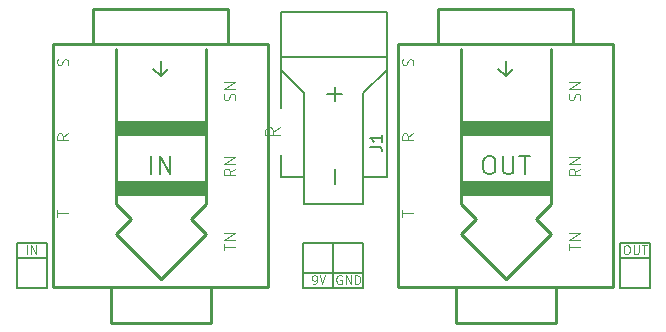
<source format=gbr>
G04 #@! TF.GenerationSoftware,KiCad,Pcbnew,(5.1.9-0-10_14)*
G04 #@! TF.CreationDate,2021-07-10T16:26:02+02:00*
G04 #@! TF.ProjectId,jack-power,6a61636b-2d70-46f7-9765-722e6b696361,rev?*
G04 #@! TF.SameCoordinates,Original*
G04 #@! TF.FileFunction,Legend,Top*
G04 #@! TF.FilePolarity,Positive*
%FSLAX46Y46*%
G04 Gerber Fmt 4.6, Leading zero omitted, Abs format (unit mm)*
G04 Created by KiCad (PCBNEW (5.1.9-0-10_14)) date 2021-07-10 16:26:02*
%MOMM*%
%LPD*%
G01*
G04 APERTURE LIST*
%ADD10C,0.152400*%
%ADD11C,0.127000*%
%ADD12C,0.100000*%
%ADD13C,0.254000*%
%ADD14C,0.150000*%
%ADD15C,0.101600*%
%ADD16C,0.134112*%
%ADD17C,0.121920*%
G04 APERTURE END LIST*
D10*
X98704400Y-71932800D02*
X100685600Y-71932800D01*
X98704400Y-70027800D02*
X98704400Y-71932800D01*
X98704400Y-62839600D02*
X98704400Y-66090800D01*
X100685600Y-71932800D02*
X100685600Y-64846200D01*
X100685600Y-74168000D02*
X100685600Y-71932800D01*
X105679000Y-74168000D02*
X105679000Y-71882000D01*
X100679000Y-74168000D02*
X105679000Y-74168000D01*
X107679000Y-57912000D02*
X107679000Y-61722000D01*
X98679000Y-57912000D02*
X107679000Y-57912000D01*
X98679000Y-61722000D02*
X98679000Y-57912000D01*
X100679000Y-64817000D02*
X98679000Y-62817000D01*
X105679000Y-64817000D02*
X107679000Y-62817000D01*
X105679000Y-71912000D02*
X105679000Y-64817000D01*
X98679000Y-62817000D02*
X98679000Y-61722000D01*
X107679000Y-71912000D02*
X105679000Y-71912000D01*
X107679000Y-62817000D02*
X107679000Y-71912000D01*
X107679000Y-61722000D02*
X107679000Y-62817000D01*
X98679000Y-61722000D02*
X107679000Y-61722000D01*
D11*
X117729000Y-63373000D02*
X118364000Y-62738000D01*
X117729000Y-63373000D02*
X117094000Y-62738000D01*
X117729000Y-62103000D02*
X117729000Y-63373000D01*
D12*
G36*
X121539000Y-68453000D02*
G01*
X121539000Y-67183000D01*
X113919000Y-67183000D01*
X113919000Y-68453000D01*
X121539000Y-68453000D01*
G37*
G36*
X121539000Y-73533000D02*
G01*
X121539000Y-72263000D01*
X113919000Y-72263000D01*
X113919000Y-73533000D01*
X121539000Y-73533000D01*
G37*
D13*
X121539000Y-74168000D02*
X121539000Y-61048000D01*
X120269000Y-75438000D02*
X121539000Y-74168000D01*
X121539000Y-76708000D02*
X120269000Y-75438000D01*
X117729000Y-80518000D02*
X121539000Y-76708000D01*
X113919000Y-76708000D02*
X117729000Y-80518000D01*
X115189000Y-75438000D02*
X113919000Y-76708000D01*
X113919000Y-74168000D02*
X115189000Y-75438000D01*
X113919000Y-61048000D02*
X113919000Y-74168000D01*
X113479000Y-84243000D02*
X113479000Y-81243000D01*
X121979000Y-84243000D02*
X113479000Y-84243000D01*
X121979000Y-81243000D02*
X121979000Y-84243000D01*
X123429000Y-57693000D02*
X123429000Y-60643000D01*
X112029000Y-57693000D02*
X123429000Y-57693000D01*
X112029000Y-60643000D02*
X112029000Y-57693000D01*
X112029000Y-60643000D02*
X108629000Y-60643000D01*
X123429000Y-60643000D02*
X112029000Y-60643000D01*
X126829000Y-60643000D02*
X123429000Y-60643000D01*
X126829000Y-81243000D02*
X126829000Y-60643000D01*
X121979000Y-81243000D02*
X126829000Y-81243000D01*
X113479000Y-81243000D02*
X121979000Y-81243000D01*
X108629000Y-81243000D02*
X113479000Y-81243000D01*
X108629000Y-60643000D02*
X108629000Y-81243000D01*
D11*
X88519000Y-63373000D02*
X89154000Y-62738000D01*
X88519000Y-63373000D02*
X87884000Y-62738000D01*
X88519000Y-62103000D02*
X88519000Y-63373000D01*
D12*
G36*
X92329000Y-68453000D02*
G01*
X92329000Y-67183000D01*
X84709000Y-67183000D01*
X84709000Y-68453000D01*
X92329000Y-68453000D01*
G37*
G36*
X92329000Y-73533000D02*
G01*
X92329000Y-72263000D01*
X84709000Y-72263000D01*
X84709000Y-73533000D01*
X92329000Y-73533000D01*
G37*
D13*
X92329000Y-74168000D02*
X92329000Y-61048000D01*
X91059000Y-75438000D02*
X92329000Y-74168000D01*
X92329000Y-76708000D02*
X91059000Y-75438000D01*
X88519000Y-80518000D02*
X92329000Y-76708000D01*
X84709000Y-76708000D02*
X88519000Y-80518000D01*
X85979000Y-75438000D02*
X84709000Y-76708000D01*
X84709000Y-74168000D02*
X85979000Y-75438000D01*
X84709000Y-61048000D02*
X84709000Y-74168000D01*
X84269000Y-84243000D02*
X84269000Y-81243000D01*
X92769000Y-84243000D02*
X84269000Y-84243000D01*
X92769000Y-81243000D02*
X92769000Y-84243000D01*
X94219000Y-57693000D02*
X94219000Y-60643000D01*
X82819000Y-57693000D02*
X94219000Y-57693000D01*
X82819000Y-60643000D02*
X82819000Y-57693000D01*
X82819000Y-60643000D02*
X79419000Y-60643000D01*
X94219000Y-60643000D02*
X82819000Y-60643000D01*
X97619000Y-60643000D02*
X94219000Y-60643000D01*
X97619000Y-81243000D02*
X97619000Y-60643000D01*
X92769000Y-81243000D02*
X97619000Y-81243000D01*
X84269000Y-81243000D02*
X92769000Y-81243000D01*
X79419000Y-81243000D02*
X84269000Y-81243000D01*
X79419000Y-60643000D02*
X79419000Y-81243000D01*
D10*
X127381000Y-77470000D02*
X127381000Y-78740000D01*
X129921000Y-77470000D02*
X127381000Y-77470000D01*
X129921000Y-78740000D02*
X129921000Y-77470000D01*
X129921000Y-78740000D02*
X129921000Y-81280000D01*
X127381000Y-78740000D02*
X129921000Y-78740000D01*
X127381000Y-81280000D02*
X127381000Y-78740000D01*
X129921000Y-81280000D02*
X127381000Y-81280000D01*
X76327000Y-77470000D02*
X76327000Y-78740000D01*
X78867000Y-77470000D02*
X76327000Y-77470000D01*
X78867000Y-78740000D02*
X78867000Y-77470000D01*
X78867000Y-78740000D02*
X78867000Y-81280000D01*
X76327000Y-78740000D02*
X78867000Y-78740000D01*
X76327000Y-81280000D02*
X76327000Y-78740000D01*
X78867000Y-81280000D02*
X76327000Y-81280000D01*
X105664000Y-81280000D02*
X105664000Y-80010000D01*
X103124000Y-81280000D02*
X105664000Y-81280000D01*
X103124000Y-80010000D02*
X103124000Y-81280000D01*
X103124000Y-80010000D02*
X103124000Y-77470000D01*
X105664000Y-80010000D02*
X103124000Y-80010000D01*
X105664000Y-77470000D02*
X105664000Y-80010000D01*
X103124000Y-77470000D02*
X105664000Y-77470000D01*
X103124000Y-81280000D02*
X103124000Y-80010000D01*
X100584000Y-81280000D02*
X103124000Y-81280000D01*
X100584000Y-80010000D02*
X100584000Y-81280000D01*
X100584000Y-80010000D02*
X100584000Y-77470000D01*
X103124000Y-80010000D02*
X100584000Y-80010000D01*
X103124000Y-77470000D02*
X103124000Y-80010000D01*
X100584000Y-77470000D02*
X103124000Y-77470000D01*
D14*
X106251380Y-69359976D02*
X106965666Y-69359976D01*
X107108523Y-69407595D01*
X107203761Y-69502833D01*
X107251380Y-69645690D01*
X107251380Y-69740928D01*
X107251380Y-68359976D02*
X107251380Y-68931404D01*
X107251380Y-68645690D02*
X106251380Y-68645690D01*
X106394238Y-68740928D01*
X106489476Y-68836166D01*
X106537095Y-68931404D01*
D15*
X98589797Y-67698559D02*
X98015273Y-68100726D01*
X98589797Y-68387988D02*
X97383297Y-68387988D01*
X97383297Y-67928369D01*
X97440750Y-67813464D01*
X97498202Y-67756011D01*
X97613107Y-67698559D01*
X97785464Y-67698559D01*
X97900369Y-67756011D01*
X97957821Y-67813464D01*
X98015273Y-67928369D01*
X98015273Y-68387988D01*
D16*
X103237755Y-72488697D02*
X103237755Y-71275302D01*
X103237755Y-65503697D02*
X103237755Y-64290302D01*
X103844452Y-64897000D02*
X102631058Y-64897000D01*
D14*
X116205000Y-70158428D02*
X116495285Y-70158428D01*
X116640428Y-70231000D01*
X116785571Y-70376142D01*
X116858142Y-70666428D01*
X116858142Y-71174428D01*
X116785571Y-71464714D01*
X116640428Y-71609857D01*
X116495285Y-71682428D01*
X116205000Y-71682428D01*
X116059857Y-71609857D01*
X115914714Y-71464714D01*
X115842142Y-71174428D01*
X115842142Y-70666428D01*
X115914714Y-70376142D01*
X116059857Y-70231000D01*
X116205000Y-70158428D01*
X117511285Y-70158428D02*
X117511285Y-71392142D01*
X117583857Y-71537285D01*
X117656428Y-71609857D01*
X117801571Y-71682428D01*
X118091857Y-71682428D01*
X118237000Y-71609857D01*
X118309571Y-71537285D01*
X118382142Y-71392142D01*
X118382142Y-70158428D01*
X118890142Y-70158428D02*
X119761000Y-70158428D01*
X119325571Y-71682428D02*
X119325571Y-70158428D01*
D17*
X123987076Y-65424352D02*
X124033038Y-65286466D01*
X124033038Y-65056657D01*
X123987076Y-64964733D01*
X123941114Y-64918771D01*
X123849190Y-64872809D01*
X123757266Y-64872809D01*
X123665342Y-64918771D01*
X123619380Y-64964733D01*
X123573419Y-65056657D01*
X123527457Y-65240504D01*
X123481495Y-65332428D01*
X123435533Y-65378390D01*
X123343609Y-65424352D01*
X123251685Y-65424352D01*
X123159761Y-65378390D01*
X123113800Y-65332428D01*
X123067838Y-65240504D01*
X123067838Y-65010695D01*
X123113800Y-64872809D01*
X124033038Y-64459152D02*
X123067838Y-64459152D01*
X124033038Y-63907609D01*
X123067838Y-63907609D01*
X124033038Y-71199828D02*
X123573419Y-71521561D01*
X124033038Y-71751371D02*
X123067838Y-71751371D01*
X123067838Y-71383676D01*
X123113800Y-71291752D01*
X123159761Y-71245790D01*
X123251685Y-71199828D01*
X123389571Y-71199828D01*
X123481495Y-71245790D01*
X123527457Y-71291752D01*
X123573419Y-71383676D01*
X123573419Y-71751371D01*
X124033038Y-70786171D02*
X123067838Y-70786171D01*
X124033038Y-70234628D01*
X123067838Y-70234628D01*
X123067838Y-78124352D02*
X123067838Y-77572809D01*
X124033038Y-77848580D02*
X123067838Y-77848580D01*
X124033038Y-77251076D02*
X123067838Y-77251076D01*
X124033038Y-76699533D01*
X123067838Y-76699533D01*
X109864676Y-62474904D02*
X109910638Y-62337018D01*
X109910638Y-62107209D01*
X109864676Y-62015285D01*
X109818714Y-61969323D01*
X109726790Y-61923361D01*
X109634866Y-61923361D01*
X109542942Y-61969323D01*
X109496980Y-62015285D01*
X109451019Y-62107209D01*
X109405057Y-62291056D01*
X109359095Y-62382980D01*
X109313133Y-62428942D01*
X109221209Y-62474904D01*
X109129285Y-62474904D01*
X109037361Y-62428942D01*
X108991400Y-62382980D01*
X108945438Y-62291056D01*
X108945438Y-62061247D01*
X108991400Y-61923361D01*
X109910638Y-68227399D02*
X109451019Y-68549132D01*
X109910638Y-68778942D02*
X108945438Y-68778942D01*
X108945438Y-68411247D01*
X108991400Y-68319323D01*
X109037361Y-68273361D01*
X109129285Y-68227399D01*
X109267171Y-68227399D01*
X109359095Y-68273361D01*
X109405057Y-68319323D01*
X109451019Y-68411247D01*
X109451019Y-68778942D01*
X108945438Y-75266828D02*
X108945438Y-74715285D01*
X109910638Y-74991056D02*
X108945438Y-74991056D01*
D14*
X87720714Y-71682428D02*
X87720714Y-70158428D01*
X88446428Y-71682428D02*
X88446428Y-70158428D01*
X89317285Y-71682428D01*
X89317285Y-70158428D01*
D17*
X94777076Y-65424352D02*
X94823038Y-65286466D01*
X94823038Y-65056657D01*
X94777076Y-64964733D01*
X94731114Y-64918771D01*
X94639190Y-64872809D01*
X94547266Y-64872809D01*
X94455342Y-64918771D01*
X94409380Y-64964733D01*
X94363419Y-65056657D01*
X94317457Y-65240504D01*
X94271495Y-65332428D01*
X94225533Y-65378390D01*
X94133609Y-65424352D01*
X94041685Y-65424352D01*
X93949761Y-65378390D01*
X93903800Y-65332428D01*
X93857838Y-65240504D01*
X93857838Y-65010695D01*
X93903800Y-64872809D01*
X94823038Y-64459152D02*
X93857838Y-64459152D01*
X94823038Y-63907609D01*
X93857838Y-63907609D01*
X94823038Y-71199828D02*
X94363419Y-71521561D01*
X94823038Y-71751371D02*
X93857838Y-71751371D01*
X93857838Y-71383676D01*
X93903800Y-71291752D01*
X93949761Y-71245790D01*
X94041685Y-71199828D01*
X94179571Y-71199828D01*
X94271495Y-71245790D01*
X94317457Y-71291752D01*
X94363419Y-71383676D01*
X94363419Y-71751371D01*
X94823038Y-70786171D02*
X93857838Y-70786171D01*
X94823038Y-70234628D01*
X93857838Y-70234628D01*
X93857838Y-78124352D02*
X93857838Y-77572809D01*
X94823038Y-77848580D02*
X93857838Y-77848580D01*
X94823038Y-77251076D02*
X93857838Y-77251076D01*
X94823038Y-76699533D01*
X93857838Y-76699533D01*
X80654676Y-62474904D02*
X80700638Y-62337018D01*
X80700638Y-62107209D01*
X80654676Y-62015285D01*
X80608714Y-61969323D01*
X80516790Y-61923361D01*
X80424866Y-61923361D01*
X80332942Y-61969323D01*
X80286980Y-62015285D01*
X80241019Y-62107209D01*
X80195057Y-62291056D01*
X80149095Y-62382980D01*
X80103133Y-62428942D01*
X80011209Y-62474904D01*
X79919285Y-62474904D01*
X79827361Y-62428942D01*
X79781400Y-62382980D01*
X79735438Y-62291056D01*
X79735438Y-62061247D01*
X79781400Y-61923361D01*
X80700638Y-68227399D02*
X80241019Y-68549132D01*
X80700638Y-68778942D02*
X79735438Y-68778942D01*
X79735438Y-68411247D01*
X79781400Y-68319323D01*
X79827361Y-68273361D01*
X79919285Y-68227399D01*
X80057171Y-68227399D01*
X80149095Y-68273361D01*
X80195057Y-68319323D01*
X80241019Y-68411247D01*
X80241019Y-68778942D01*
X79735438Y-75266828D02*
X79735438Y-74715285D01*
X80700638Y-74991056D02*
X79735438Y-74991056D01*
D12*
X127901000Y-77694285D02*
X128043857Y-77694285D01*
X128115285Y-77730000D01*
X128186714Y-77801428D01*
X128222428Y-77944285D01*
X128222428Y-78194285D01*
X128186714Y-78337142D01*
X128115285Y-78408571D01*
X128043857Y-78444285D01*
X127901000Y-78444285D01*
X127829571Y-78408571D01*
X127758142Y-78337142D01*
X127722428Y-78194285D01*
X127722428Y-77944285D01*
X127758142Y-77801428D01*
X127829571Y-77730000D01*
X127901000Y-77694285D01*
X128543857Y-77694285D02*
X128543857Y-78301428D01*
X128579571Y-78372857D01*
X128615285Y-78408571D01*
X128686714Y-78444285D01*
X128829571Y-78444285D01*
X128901000Y-78408571D01*
X128936714Y-78372857D01*
X128972428Y-78301428D01*
X128972428Y-77694285D01*
X129222428Y-77694285D02*
X129651000Y-77694285D01*
X129436714Y-78444285D02*
X129436714Y-77694285D01*
X77204142Y-78444285D02*
X77204142Y-77694285D01*
X77561285Y-78444285D02*
X77561285Y-77694285D01*
X77989857Y-78444285D01*
X77989857Y-77694285D01*
X103822571Y-80270000D02*
X103751142Y-80234285D01*
X103644000Y-80234285D01*
X103536857Y-80270000D01*
X103465428Y-80341428D01*
X103429714Y-80412857D01*
X103394000Y-80555714D01*
X103394000Y-80662857D01*
X103429714Y-80805714D01*
X103465428Y-80877142D01*
X103536857Y-80948571D01*
X103644000Y-80984285D01*
X103715428Y-80984285D01*
X103822571Y-80948571D01*
X103858285Y-80912857D01*
X103858285Y-80662857D01*
X103715428Y-80662857D01*
X104179714Y-80984285D02*
X104179714Y-80234285D01*
X104608285Y-80984285D01*
X104608285Y-80234285D01*
X104965428Y-80984285D02*
X104965428Y-80234285D01*
X105144000Y-80234285D01*
X105251142Y-80270000D01*
X105322571Y-80341428D01*
X105358285Y-80412857D01*
X105394000Y-80555714D01*
X105394000Y-80662857D01*
X105358285Y-80805714D01*
X105322571Y-80877142D01*
X105251142Y-80948571D01*
X105144000Y-80984285D01*
X104965428Y-80984285D01*
X101389714Y-80984285D02*
X101532571Y-80984285D01*
X101604000Y-80948571D01*
X101639714Y-80912857D01*
X101711142Y-80805714D01*
X101746857Y-80662857D01*
X101746857Y-80377142D01*
X101711142Y-80305714D01*
X101675428Y-80270000D01*
X101604000Y-80234285D01*
X101461142Y-80234285D01*
X101389714Y-80270000D01*
X101354000Y-80305714D01*
X101318285Y-80377142D01*
X101318285Y-80555714D01*
X101354000Y-80627142D01*
X101389714Y-80662857D01*
X101461142Y-80698571D01*
X101604000Y-80698571D01*
X101675428Y-80662857D01*
X101711142Y-80627142D01*
X101746857Y-80555714D01*
X101961142Y-80234285D02*
X102211142Y-80984285D01*
X102461142Y-80234285D01*
M02*

</source>
